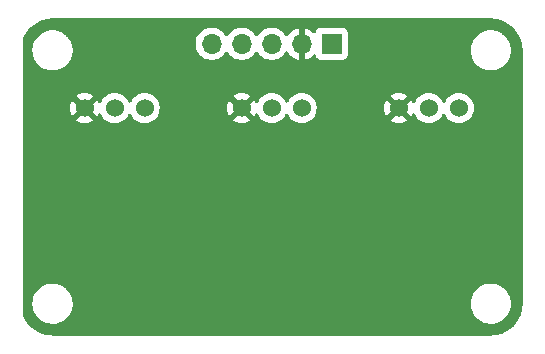
<source format=gbr>
G04 #@! TF.GenerationSoftware,KiCad,Pcbnew,7.0.7-2.fc38*
G04 #@! TF.CreationDate,2023-10-09T12:18:05+01:00*
G04 #@! TF.ProjectId,Button_PCB,42757474-6f6e-45f5-9043-422e6b696361,rev?*
G04 #@! TF.SameCoordinates,Original*
G04 #@! TF.FileFunction,Copper,L2,Bot*
G04 #@! TF.FilePolarity,Positive*
%FSLAX46Y46*%
G04 Gerber Fmt 4.6, Leading zero omitted, Abs format (unit mm)*
G04 Created by KiCad (PCBNEW 7.0.7-2.fc38) date 2023-10-09 12:18:05*
%MOMM*%
%LPD*%
G01*
G04 APERTURE LIST*
G04 #@! TA.AperFunction,ComponentPad*
%ADD10C,1.524000*%
G04 #@! TD*
G04 #@! TA.AperFunction,ComponentPad*
%ADD11R,1.700000X1.700000*%
G04 #@! TD*
G04 #@! TA.AperFunction,ComponentPad*
%ADD12O,1.700000X1.700000*%
G04 #@! TD*
G04 APERTURE END LIST*
D10*
G04 #@! TO.P,J4,1,Pin_1*
G04 #@! TO.N,GND*
X113160000Y-73840000D03*
G04 #@! TO.P,J4,2,Pin_2*
G04 #@! TO.N,LEFT_BUT*
X115700000Y-73840000D03*
G04 #@! TO.P,J4,3,Pin_3*
G04 #@! TO.N,VCC*
X118240000Y-73840000D03*
G04 #@! TD*
G04 #@! TO.P,J2,1,Pin_1*
G04 #@! TO.N,GND*
X139760000Y-73840000D03*
G04 #@! TO.P,J2,2,Pin_2*
G04 #@! TO.N,RIGHT_BUT*
X142300000Y-73840000D03*
G04 #@! TO.P,J2,3,Pin_3*
G04 #@! TO.N,VCC*
X144840000Y-73840000D03*
G04 #@! TD*
G04 #@! TO.P,J3,1,Pin_1*
G04 #@! TO.N,GND*
X126460000Y-73840000D03*
G04 #@! TO.P,J3,2,Pin_2*
G04 #@! TO.N,MIDDLE_BUT*
X129000000Y-73840000D03*
G04 #@! TO.P,J3,3,Pin_3*
G04 #@! TO.N,VCC*
X131540000Y-73840000D03*
G04 #@! TD*
D11*
G04 #@! TO.P,J1,1,Pin_1*
G04 #@! TO.N,VCC*
X134075000Y-68400000D03*
D12*
G04 #@! TO.P,J1,2,Pin_2*
G04 #@! TO.N,GND*
X131535000Y-68400000D03*
G04 #@! TO.P,J1,3,Pin_3*
G04 #@! TO.N,RIGHT_BUT*
X128995000Y-68400000D03*
G04 #@! TO.P,J1,4,Pin_4*
G04 #@! TO.N,MIDDLE_BUT*
X126455000Y-68400000D03*
G04 #@! TO.P,J1,5,Pin_5*
G04 #@! TO.N,LEFT_BUT*
X123915000Y-68400000D03*
G04 #@! TD*
G04 #@! TA.AperFunction,Conductor*
G04 #@! TO.N,GND*
G36*
X147551737Y-66250598D02*
G01*
X147582860Y-66252345D01*
X147665648Y-66256994D01*
X147856320Y-66268528D01*
X147862924Y-66269287D01*
X148005028Y-66293432D01*
X148166232Y-66322974D01*
X148172177Y-66324370D01*
X148316117Y-66365839D01*
X148467702Y-66413075D01*
X148472924Y-66414966D01*
X148598912Y-66467153D01*
X148613571Y-66473225D01*
X148756581Y-66537588D01*
X148761115Y-66539857D01*
X148895519Y-66614139D01*
X149029066Y-66694871D01*
X149032837Y-66697344D01*
X149157558Y-66785838D01*
X149159917Y-66787598D01*
X149281392Y-66882767D01*
X149284469Y-66885343D01*
X149398681Y-66987408D01*
X149401208Y-66989798D01*
X149510200Y-67098790D01*
X149512590Y-67101317D01*
X149614655Y-67215529D01*
X149617231Y-67218606D01*
X149712400Y-67340081D01*
X149714160Y-67342440D01*
X149728471Y-67362609D01*
X149783948Y-67440797D01*
X149802641Y-67467141D01*
X149805136Y-67470946D01*
X149885861Y-67604481D01*
X149960138Y-67738877D01*
X149962413Y-67743424D01*
X150026774Y-67886428D01*
X150085025Y-68027057D01*
X150086938Y-68032341D01*
X150134163Y-68183892D01*
X150175621Y-68327795D01*
X150177029Y-68333786D01*
X150206567Y-68494968D01*
X150230708Y-68637056D01*
X150231472Y-68643703D01*
X150243014Y-68834514D01*
X150249402Y-68948263D01*
X150249500Y-68951741D01*
X150249500Y-90398258D01*
X150249402Y-90401736D01*
X150243014Y-90515485D01*
X150231472Y-90706295D01*
X150230708Y-90712942D01*
X150206567Y-90855031D01*
X150177029Y-91016212D01*
X150175621Y-91022203D01*
X150134163Y-91166107D01*
X150086938Y-91317657D01*
X150085025Y-91322941D01*
X150026774Y-91463571D01*
X149962413Y-91606574D01*
X149960139Y-91611121D01*
X149885861Y-91745518D01*
X149805136Y-91879053D01*
X149802641Y-91882857D01*
X149714160Y-92007558D01*
X149712400Y-92009917D01*
X149617231Y-92131392D01*
X149614655Y-92134469D01*
X149512590Y-92248681D01*
X149510200Y-92251208D01*
X149401208Y-92360200D01*
X149398681Y-92362590D01*
X149284469Y-92464655D01*
X149281392Y-92467231D01*
X149159917Y-92562400D01*
X149157558Y-92564160D01*
X149032857Y-92652641D01*
X149029053Y-92655136D01*
X148895518Y-92735861D01*
X148761121Y-92810139D01*
X148756574Y-92812413D01*
X148613571Y-92876774D01*
X148472941Y-92935025D01*
X148467657Y-92936938D01*
X148316107Y-92984163D01*
X148172203Y-93025621D01*
X148166212Y-93027029D01*
X148005031Y-93056567D01*
X147862942Y-93080708D01*
X147856295Y-93081472D01*
X147665485Y-93093014D01*
X147551736Y-93099402D01*
X147548258Y-93099500D01*
X110451742Y-93099500D01*
X110448264Y-93099402D01*
X110334514Y-93093014D01*
X110143703Y-93081472D01*
X110137056Y-93080708D01*
X109994968Y-93056567D01*
X109833786Y-93027029D01*
X109827795Y-93025621D01*
X109683892Y-92984163D01*
X109532341Y-92936938D01*
X109527057Y-92935025D01*
X109386428Y-92876774D01*
X109243424Y-92812413D01*
X109238877Y-92810138D01*
X109104481Y-92735861D01*
X108970946Y-92655136D01*
X108967149Y-92652646D01*
X108896519Y-92602532D01*
X108842440Y-92564160D01*
X108840081Y-92562400D01*
X108718606Y-92467231D01*
X108715529Y-92464655D01*
X108601317Y-92362590D01*
X108598790Y-92360200D01*
X108489798Y-92251208D01*
X108487408Y-92248681D01*
X108385343Y-92134469D01*
X108382767Y-92131392D01*
X108287598Y-92009917D01*
X108285838Y-92007558D01*
X108282651Y-92003066D01*
X108197344Y-91882837D01*
X108194863Y-91879053D01*
X108114138Y-91745518D01*
X108039857Y-91611115D01*
X108037585Y-91606574D01*
X107973225Y-91463571D01*
X107959439Y-91430288D01*
X107950000Y-91382836D01*
X107950000Y-90400004D01*
X108744732Y-90400004D01*
X108763777Y-90654154D01*
X108820103Y-90900936D01*
X108820492Y-90902637D01*
X108913607Y-91139888D01*
X109041041Y-91360612D01*
X109199950Y-91559877D01*
X109386783Y-91733232D01*
X109597366Y-91876805D01*
X109597371Y-91876807D01*
X109597372Y-91876808D01*
X109597373Y-91876809D01*
X109755937Y-91953169D01*
X109826996Y-91987389D01*
X109869157Y-92000394D01*
X109876249Y-92003066D01*
X109911245Y-92018755D01*
X109939189Y-92021996D01*
X110070542Y-92062513D01*
X110070547Y-92062513D01*
X110070548Y-92062514D01*
X110118109Y-92069683D01*
X110125301Y-92071207D01*
X110127981Y-92071942D01*
X110128046Y-92071958D01*
X110162236Y-92081352D01*
X110189247Y-92080405D01*
X110322565Y-92100500D01*
X110322571Y-92100500D01*
X110374692Y-92100500D01*
X110381810Y-92100910D01*
X110419689Y-92105284D01*
X110445190Y-92100500D01*
X110577431Y-92100500D01*
X110577435Y-92100500D01*
X110633035Y-92092119D01*
X110639885Y-92091474D01*
X110645249Y-92091269D01*
X110645250Y-92091268D01*
X110647309Y-92091190D01*
X110647349Y-92091187D01*
X110677791Y-92090019D01*
X110701198Y-92081845D01*
X110829458Y-92062513D01*
X110887169Y-92044711D01*
X110893563Y-92043110D01*
X110901131Y-92041643D01*
X110901138Y-92041640D01*
X110901832Y-92041506D01*
X110901841Y-92041504D01*
X110930545Y-92035937D01*
X110951435Y-92024887D01*
X111073004Y-91987389D01*
X111131179Y-91959373D01*
X111137082Y-91956899D01*
X111146440Y-91953539D01*
X111146447Y-91953535D01*
X111147436Y-91953180D01*
X111147464Y-91953169D01*
X111172160Y-91944299D01*
X111190202Y-91930949D01*
X111302634Y-91876805D01*
X111359509Y-91838028D01*
X111364770Y-91834814D01*
X111375425Y-91829021D01*
X111375431Y-91829016D01*
X111397077Y-91817246D01*
X111412058Y-91802200D01*
X111513217Y-91733232D01*
X111566865Y-91683454D01*
X111571428Y-91679614D01*
X111600157Y-91657715D01*
X111611983Y-91641590D01*
X111700050Y-91559877D01*
X111748445Y-91499191D01*
X111752229Y-91494874D01*
X111763461Y-91483204D01*
X111763464Y-91483199D01*
X111764117Y-91482521D01*
X111764124Y-91482514D01*
X111776752Y-91469392D01*
X111785434Y-91452808D01*
X111858959Y-91360612D01*
X111860836Y-91357362D01*
X111883759Y-91317657D01*
X111900033Y-91289467D01*
X111902993Y-91284831D01*
X111913419Y-91270010D01*
X111913423Y-91270001D01*
X111922813Y-91256652D01*
X111928484Y-91240189D01*
X111986393Y-91139888D01*
X112018103Y-91059090D01*
X112020252Y-91054241D01*
X112024257Y-91046152D01*
X112029074Y-91036424D01*
X112029075Y-91036420D01*
X112031138Y-91032254D01*
X112031850Y-91031481D01*
X112033300Y-91027885D01*
X112033837Y-91026798D01*
X112035357Y-91016569D01*
X112037086Y-91011105D01*
X112038459Y-91007225D01*
X112079508Y-90902637D01*
X112099887Y-90813346D01*
X112101214Y-90808472D01*
X112107476Y-90788685D01*
X112108719Y-90786836D01*
X112110208Y-90780469D01*
X112110168Y-90772058D01*
X112111628Y-90762601D01*
X112112447Y-90758321D01*
X112136222Y-90654157D01*
X112143436Y-90557889D01*
X112143977Y-90553170D01*
X112147506Y-90530325D01*
X112147506Y-90530323D01*
X112147649Y-90529398D01*
X112147653Y-90529360D01*
X112148657Y-90522856D01*
X112147764Y-90516848D01*
X112147790Y-90515485D01*
X112148161Y-90496058D01*
X112148318Y-90492735D01*
X112155268Y-90400004D01*
X145844732Y-90400004D01*
X145863777Y-90654154D01*
X145920103Y-90900936D01*
X145920492Y-90902637D01*
X146013607Y-91139888D01*
X146141041Y-91360612D01*
X146299950Y-91559877D01*
X146486783Y-91733232D01*
X146697366Y-91876805D01*
X146697371Y-91876807D01*
X146697372Y-91876808D01*
X146697373Y-91876809D01*
X146855937Y-91953169D01*
X146926996Y-91987389D01*
X146969157Y-92000394D01*
X146976249Y-92003066D01*
X147011245Y-92018755D01*
X147039189Y-92021996D01*
X147170542Y-92062513D01*
X147170547Y-92062513D01*
X147170548Y-92062514D01*
X147218109Y-92069683D01*
X147225301Y-92071207D01*
X147227981Y-92071942D01*
X147228046Y-92071958D01*
X147262236Y-92081352D01*
X147289247Y-92080405D01*
X147422565Y-92100500D01*
X147422571Y-92100500D01*
X147474692Y-92100500D01*
X147481810Y-92100910D01*
X147519689Y-92105284D01*
X147545190Y-92100500D01*
X147677431Y-92100500D01*
X147677435Y-92100500D01*
X147733035Y-92092119D01*
X147739885Y-92091474D01*
X147745249Y-92091269D01*
X147745250Y-92091268D01*
X147747309Y-92091190D01*
X147747349Y-92091187D01*
X147777791Y-92090019D01*
X147801198Y-92081845D01*
X147929458Y-92062513D01*
X147987169Y-92044711D01*
X147993563Y-92043110D01*
X148001131Y-92041643D01*
X148001138Y-92041640D01*
X148001832Y-92041506D01*
X148001841Y-92041504D01*
X148030545Y-92035937D01*
X148051435Y-92024887D01*
X148173004Y-91987389D01*
X148231179Y-91959373D01*
X148237082Y-91956899D01*
X148246440Y-91953539D01*
X148246447Y-91953535D01*
X148247436Y-91953180D01*
X148247464Y-91953169D01*
X148272160Y-91944299D01*
X148290202Y-91930949D01*
X148402634Y-91876805D01*
X148459509Y-91838028D01*
X148464770Y-91834814D01*
X148475425Y-91829021D01*
X148475431Y-91829016D01*
X148497077Y-91817246D01*
X148512058Y-91802200D01*
X148613217Y-91733232D01*
X148666865Y-91683454D01*
X148671428Y-91679614D01*
X148700157Y-91657715D01*
X148711983Y-91641590D01*
X148800050Y-91559877D01*
X148848445Y-91499191D01*
X148852229Y-91494874D01*
X148863461Y-91483204D01*
X148863464Y-91483199D01*
X148864117Y-91482521D01*
X148864124Y-91482514D01*
X148876752Y-91469392D01*
X148885434Y-91452808D01*
X148958959Y-91360612D01*
X148960836Y-91357362D01*
X148983759Y-91317657D01*
X149000033Y-91289467D01*
X149002993Y-91284831D01*
X149013419Y-91270010D01*
X149013423Y-91270001D01*
X149022813Y-91256652D01*
X149028484Y-91240189D01*
X149086393Y-91139888D01*
X149118103Y-91059090D01*
X149120252Y-91054241D01*
X149124257Y-91046152D01*
X149129074Y-91036424D01*
X149129075Y-91036420D01*
X149131138Y-91032254D01*
X149131850Y-91031481D01*
X149133300Y-91027885D01*
X149133837Y-91026798D01*
X149135357Y-91016569D01*
X149137086Y-91011105D01*
X149138459Y-91007225D01*
X149179508Y-90902637D01*
X149199887Y-90813346D01*
X149201214Y-90808472D01*
X149207476Y-90788685D01*
X149208719Y-90786836D01*
X149210208Y-90780469D01*
X149210168Y-90772058D01*
X149211628Y-90762601D01*
X149212447Y-90758321D01*
X149236222Y-90654157D01*
X149243436Y-90557889D01*
X149243977Y-90553170D01*
X149247506Y-90530325D01*
X149247506Y-90530323D01*
X149247649Y-90529398D01*
X149247653Y-90529360D01*
X149248657Y-90522856D01*
X149247764Y-90516848D01*
X149247790Y-90515485D01*
X149248161Y-90496058D01*
X149248318Y-90492735D01*
X149255268Y-90400000D01*
X149255137Y-90398258D01*
X149254512Y-90389915D01*
X149248318Y-90307268D01*
X149248161Y-90303938D01*
X149247763Y-90283150D01*
X149248927Y-90278889D01*
X149247694Y-90270905D01*
X149247691Y-90270878D01*
X149247506Y-90269681D01*
X149247506Y-90269675D01*
X149243978Y-90246838D01*
X149243435Y-90242102D01*
X149236222Y-90145843D01*
X149212442Y-90041657D01*
X149211628Y-90037394D01*
X149210166Y-90027934D01*
X149210927Y-90022225D01*
X149210592Y-90021165D01*
X149209006Y-90014389D01*
X149207476Y-90011314D01*
X149206953Y-90009664D01*
X149201208Y-89991509D01*
X149199889Y-89986661D01*
X149179508Y-89897363D01*
X149138462Y-89792782D01*
X149137085Y-89788890D01*
X149135360Y-89783441D01*
X149135205Y-89775961D01*
X149133299Y-89772112D01*
X149132073Y-89769072D01*
X149131139Y-89767746D01*
X149129063Y-89763554D01*
X149120235Y-89745725D01*
X149118107Y-89740918D01*
X149086393Y-89660112D01*
X149028485Y-89559812D01*
X149025373Y-89546983D01*
X149003006Y-89515185D01*
X149000022Y-89510512D01*
X148960835Y-89442638D01*
X148958959Y-89439388D01*
X148885434Y-89347191D01*
X148880071Y-89334055D01*
X148852240Y-89305137D01*
X148848445Y-89300808D01*
X148800050Y-89240123D01*
X148800047Y-89240120D01*
X148711983Y-89158408D01*
X148704224Y-89145382D01*
X148671427Y-89120383D01*
X148666839Y-89116521D01*
X148613217Y-89066767D01*
X148512058Y-88997798D01*
X148501847Y-88985346D01*
X148464795Y-88965197D01*
X148459485Y-88961955D01*
X148402634Y-88923195D01*
X148402630Y-88923193D01*
X148290201Y-88869050D01*
X148277562Y-88857639D01*
X148248837Y-88847322D01*
X148248828Y-88847318D01*
X148237094Y-88843103D01*
X148231152Y-88840613D01*
X148173006Y-88812612D01*
X148173004Y-88812611D01*
X148122177Y-88796933D01*
X148051434Y-88775111D01*
X148036484Y-88765213D01*
X147993597Y-88756895D01*
X147987122Y-88755274D01*
X147929463Y-88737488D01*
X147929459Y-88737487D01*
X147929458Y-88737487D01*
X147881876Y-88730315D01*
X147801191Y-88718153D01*
X147784124Y-88710218D01*
X147739874Y-88708523D01*
X147733001Y-88707875D01*
X147677440Y-88699500D01*
X147677435Y-88699500D01*
X147545192Y-88699500D01*
X147526308Y-88693955D01*
X147491178Y-88698010D01*
X147491171Y-88698011D01*
X147481819Y-88699091D01*
X147474704Y-88699500D01*
X147422557Y-88699500D01*
X147289233Y-88719596D01*
X147268904Y-88716814D01*
X147229073Y-88727758D01*
X147229038Y-88727767D01*
X147225274Y-88728799D01*
X147218115Y-88730315D01*
X147170539Y-88737487D01*
X147039113Y-88778026D01*
X147017772Y-88778316D01*
X146976247Y-88796933D01*
X146969153Y-88799606D01*
X146926998Y-88812609D01*
X146697370Y-88923192D01*
X146486782Y-89066768D01*
X146299952Y-89240121D01*
X146299950Y-89240123D01*
X146141041Y-89439388D01*
X146013608Y-89660109D01*
X145920492Y-89897362D01*
X145920490Y-89897369D01*
X145863777Y-90145845D01*
X145844732Y-90399995D01*
X145844732Y-90400004D01*
X112155268Y-90400004D01*
X112155268Y-90400000D01*
X112155137Y-90398258D01*
X112154512Y-90389915D01*
X112148318Y-90307268D01*
X112148161Y-90303938D01*
X112147763Y-90283150D01*
X112148927Y-90278889D01*
X112147694Y-90270905D01*
X112147691Y-90270878D01*
X112147506Y-90269681D01*
X112147506Y-90269675D01*
X112143978Y-90246838D01*
X112143435Y-90242102D01*
X112136222Y-90145843D01*
X112112442Y-90041657D01*
X112111628Y-90037394D01*
X112110166Y-90027934D01*
X112110927Y-90022225D01*
X112110592Y-90021165D01*
X112109006Y-90014389D01*
X112107476Y-90011314D01*
X112106953Y-90009664D01*
X112101208Y-89991509D01*
X112099889Y-89986661D01*
X112079508Y-89897363D01*
X112038462Y-89792782D01*
X112037085Y-89788890D01*
X112035360Y-89783441D01*
X112035205Y-89775961D01*
X112033299Y-89772112D01*
X112032073Y-89769072D01*
X112031139Y-89767746D01*
X112029063Y-89763554D01*
X112020235Y-89745725D01*
X112018107Y-89740918D01*
X111986393Y-89660112D01*
X111928485Y-89559812D01*
X111925373Y-89546983D01*
X111903006Y-89515185D01*
X111900022Y-89510512D01*
X111860835Y-89442638D01*
X111858959Y-89439388D01*
X111785434Y-89347191D01*
X111780071Y-89334055D01*
X111752240Y-89305137D01*
X111748445Y-89300808D01*
X111700050Y-89240123D01*
X111700047Y-89240120D01*
X111611983Y-89158408D01*
X111604224Y-89145382D01*
X111571427Y-89120383D01*
X111566839Y-89116521D01*
X111513217Y-89066767D01*
X111412058Y-88997798D01*
X111401847Y-88985346D01*
X111364795Y-88965197D01*
X111359485Y-88961955D01*
X111302634Y-88923195D01*
X111302630Y-88923193D01*
X111190201Y-88869050D01*
X111177562Y-88857639D01*
X111148837Y-88847322D01*
X111148828Y-88847318D01*
X111137094Y-88843103D01*
X111131152Y-88840613D01*
X111073006Y-88812612D01*
X111073004Y-88812611D01*
X111022177Y-88796933D01*
X110951434Y-88775111D01*
X110936484Y-88765213D01*
X110893597Y-88756895D01*
X110887122Y-88755274D01*
X110829463Y-88737488D01*
X110829459Y-88737487D01*
X110829458Y-88737487D01*
X110781876Y-88730315D01*
X110701191Y-88718153D01*
X110684124Y-88710218D01*
X110639874Y-88708523D01*
X110633001Y-88707875D01*
X110577440Y-88699500D01*
X110577435Y-88699500D01*
X110445192Y-88699500D01*
X110426308Y-88693955D01*
X110391178Y-88698010D01*
X110391171Y-88698011D01*
X110381819Y-88699091D01*
X110374704Y-88699500D01*
X110322557Y-88699500D01*
X110189233Y-88719596D01*
X110168904Y-88716814D01*
X110129073Y-88727758D01*
X110129038Y-88727767D01*
X110125274Y-88728799D01*
X110118115Y-88730315D01*
X110070539Y-88737487D01*
X109939113Y-88778026D01*
X109917772Y-88778316D01*
X109876247Y-88796933D01*
X109869153Y-88799606D01*
X109826998Y-88812609D01*
X109597370Y-88923192D01*
X109386782Y-89066768D01*
X109199952Y-89240121D01*
X109199950Y-89240123D01*
X109041041Y-89439388D01*
X108913608Y-89660109D01*
X108820492Y-89897362D01*
X108820490Y-89897369D01*
X108763777Y-90145845D01*
X108744732Y-90399995D01*
X108744732Y-90400004D01*
X107950000Y-90400004D01*
X107950000Y-73840000D01*
X111893179Y-73840000D01*
X111912424Y-74059976D01*
X111912426Y-74059986D01*
X111969575Y-74273270D01*
X111969580Y-74273284D01*
X112062899Y-74473407D01*
X112062900Y-74473409D01*
X112108258Y-74538187D01*
X112637050Y-74009395D01*
X112698373Y-73975910D01*
X112768064Y-73980894D01*
X112823998Y-74022765D01*
X112828539Y-74029254D01*
X112875813Y-74101612D01*
X112976157Y-74179713D01*
X112976160Y-74179714D01*
X112976511Y-74179987D01*
X113017324Y-74236697D01*
X113020999Y-74306470D01*
X112988030Y-74365522D01*
X112461811Y-74891741D01*
X112526582Y-74937094D01*
X112526592Y-74937100D01*
X112726715Y-75030419D01*
X112726729Y-75030424D01*
X112940013Y-75087573D01*
X112940023Y-75087575D01*
X113159999Y-75106821D01*
X113160001Y-75106821D01*
X113379976Y-75087575D01*
X113379986Y-75087573D01*
X113593270Y-75030424D01*
X113593284Y-75030419D01*
X113793408Y-74937100D01*
X113793420Y-74937093D01*
X113858186Y-74891742D01*
X113858187Y-74891740D01*
X113329276Y-74362829D01*
X113295791Y-74301506D01*
X113300775Y-74231814D01*
X113342647Y-74175881D01*
X113357933Y-74166097D01*
X113397251Y-74144820D01*
X113483371Y-74051269D01*
X113484083Y-74049643D01*
X113485652Y-74047777D01*
X113488992Y-74042666D01*
X113489609Y-74043069D01*
X113529036Y-73996158D01*
X113595770Y-73975464D01*
X113663099Y-73994135D01*
X113685322Y-74011769D01*
X114211740Y-74538187D01*
X114211742Y-74538186D01*
X114257093Y-74473420D01*
X114257097Y-74473413D01*
X114312927Y-74353684D01*
X114359099Y-74301244D01*
X114426292Y-74282091D01*
X114493174Y-74302306D01*
X114537692Y-74353682D01*
X114595511Y-74477676D01*
X114595512Y-74477677D01*
X114723023Y-74659781D01*
X114880219Y-74816977D01*
X115062323Y-74944488D01*
X115263804Y-75038440D01*
X115478537Y-75095978D01*
X115636724Y-75109817D01*
X115699998Y-75115353D01*
X115700000Y-75115353D01*
X115700002Y-75115353D01*
X115755365Y-75110509D01*
X115921463Y-75095978D01*
X116136196Y-75038440D01*
X116337677Y-74944488D01*
X116519781Y-74816977D01*
X116676977Y-74659781D01*
X116804488Y-74477677D01*
X116857618Y-74363738D01*
X116903790Y-74311299D01*
X116970983Y-74292147D01*
X117037865Y-74312363D01*
X117082381Y-74363738D01*
X117135512Y-74477677D01*
X117263023Y-74659781D01*
X117420219Y-74816977D01*
X117602323Y-74944488D01*
X117803804Y-75038440D01*
X118018537Y-75095978D01*
X118176724Y-75109817D01*
X118239998Y-75115353D01*
X118240000Y-75115353D01*
X118240002Y-75115353D01*
X118295365Y-75110509D01*
X118461463Y-75095978D01*
X118676196Y-75038440D01*
X118877677Y-74944488D01*
X119059781Y-74816977D01*
X119216977Y-74659781D01*
X119344488Y-74477677D01*
X119438440Y-74276196D01*
X119495978Y-74061463D01*
X119515353Y-73840000D01*
X125193179Y-73840000D01*
X125212424Y-74059976D01*
X125212426Y-74059986D01*
X125269575Y-74273270D01*
X125269580Y-74273284D01*
X125362899Y-74473407D01*
X125362900Y-74473409D01*
X125408258Y-74538187D01*
X125937050Y-74009395D01*
X125998373Y-73975910D01*
X126068064Y-73980894D01*
X126123998Y-74022765D01*
X126128539Y-74029254D01*
X126175813Y-74101612D01*
X126276157Y-74179713D01*
X126276160Y-74179714D01*
X126276511Y-74179987D01*
X126317324Y-74236697D01*
X126320999Y-74306470D01*
X126288030Y-74365522D01*
X125761811Y-74891741D01*
X125826582Y-74937094D01*
X125826592Y-74937100D01*
X126026715Y-75030419D01*
X126026729Y-75030424D01*
X126240013Y-75087573D01*
X126240023Y-75087575D01*
X126459999Y-75106821D01*
X126460001Y-75106821D01*
X126679976Y-75087575D01*
X126679986Y-75087573D01*
X126893270Y-75030424D01*
X126893284Y-75030419D01*
X127093408Y-74937100D01*
X127093420Y-74937093D01*
X127158186Y-74891742D01*
X127158187Y-74891740D01*
X126629276Y-74362829D01*
X126595791Y-74301506D01*
X126600775Y-74231814D01*
X126642647Y-74175881D01*
X126657933Y-74166097D01*
X126697251Y-74144820D01*
X126783371Y-74051269D01*
X126784083Y-74049643D01*
X126785652Y-74047777D01*
X126788992Y-74042666D01*
X126789609Y-74043069D01*
X126829036Y-73996158D01*
X126895770Y-73975464D01*
X126963099Y-73994135D01*
X126985322Y-74011769D01*
X127511740Y-74538187D01*
X127511742Y-74538186D01*
X127557093Y-74473420D01*
X127557097Y-74473413D01*
X127612927Y-74353684D01*
X127659099Y-74301244D01*
X127726292Y-74282091D01*
X127793174Y-74302306D01*
X127837692Y-74353682D01*
X127895511Y-74477676D01*
X127895512Y-74477677D01*
X128023023Y-74659781D01*
X128180219Y-74816977D01*
X128362323Y-74944488D01*
X128563804Y-75038440D01*
X128778537Y-75095978D01*
X128936724Y-75109817D01*
X128999998Y-75115353D01*
X129000000Y-75115353D01*
X129000002Y-75115353D01*
X129055365Y-75110509D01*
X129221463Y-75095978D01*
X129436196Y-75038440D01*
X129637677Y-74944488D01*
X129819781Y-74816977D01*
X129976977Y-74659781D01*
X130104488Y-74477677D01*
X130157618Y-74363738D01*
X130203790Y-74311299D01*
X130270983Y-74292147D01*
X130337865Y-74312363D01*
X130382381Y-74363738D01*
X130435512Y-74477677D01*
X130563023Y-74659781D01*
X130720219Y-74816977D01*
X130902323Y-74944488D01*
X131103804Y-75038440D01*
X131318537Y-75095978D01*
X131476724Y-75109817D01*
X131539998Y-75115353D01*
X131540000Y-75115353D01*
X131540002Y-75115353D01*
X131595365Y-75110509D01*
X131761463Y-75095978D01*
X131976196Y-75038440D01*
X132177677Y-74944488D01*
X132359781Y-74816977D01*
X132516977Y-74659781D01*
X132644488Y-74477677D01*
X132738440Y-74276196D01*
X132795978Y-74061463D01*
X132815353Y-73840000D01*
X138493179Y-73840000D01*
X138512424Y-74059976D01*
X138512426Y-74059986D01*
X138569575Y-74273270D01*
X138569580Y-74273284D01*
X138662899Y-74473407D01*
X138662900Y-74473409D01*
X138708258Y-74538187D01*
X139237050Y-74009395D01*
X139298373Y-73975910D01*
X139368064Y-73980894D01*
X139423998Y-74022765D01*
X139428539Y-74029254D01*
X139475813Y-74101612D01*
X139576157Y-74179713D01*
X139576160Y-74179714D01*
X139576511Y-74179987D01*
X139617324Y-74236697D01*
X139620999Y-74306470D01*
X139588030Y-74365522D01*
X139061811Y-74891741D01*
X139126582Y-74937094D01*
X139126592Y-74937100D01*
X139326715Y-75030419D01*
X139326729Y-75030424D01*
X139540013Y-75087573D01*
X139540023Y-75087575D01*
X139759999Y-75106821D01*
X139760001Y-75106821D01*
X139979976Y-75087575D01*
X139979986Y-75087573D01*
X140193270Y-75030424D01*
X140193284Y-75030419D01*
X140393408Y-74937100D01*
X140393420Y-74937093D01*
X140458186Y-74891742D01*
X140458187Y-74891740D01*
X139929276Y-74362829D01*
X139895791Y-74301506D01*
X139900775Y-74231814D01*
X139942647Y-74175881D01*
X139957933Y-74166097D01*
X139997251Y-74144820D01*
X140083371Y-74051269D01*
X140084083Y-74049643D01*
X140085652Y-74047777D01*
X140088992Y-74042666D01*
X140089609Y-74043069D01*
X140129036Y-73996158D01*
X140195770Y-73975464D01*
X140263099Y-73994135D01*
X140285322Y-74011769D01*
X140811740Y-74538187D01*
X140811742Y-74538186D01*
X140857093Y-74473420D01*
X140857097Y-74473413D01*
X140912927Y-74353684D01*
X140959099Y-74301244D01*
X141026292Y-74282091D01*
X141093174Y-74302306D01*
X141137692Y-74353682D01*
X141195511Y-74477676D01*
X141195512Y-74477677D01*
X141323023Y-74659781D01*
X141480219Y-74816977D01*
X141662323Y-74944488D01*
X141863804Y-75038440D01*
X142078537Y-75095978D01*
X142236724Y-75109817D01*
X142299998Y-75115353D01*
X142300000Y-75115353D01*
X142300002Y-75115353D01*
X142355365Y-75110509D01*
X142521463Y-75095978D01*
X142736196Y-75038440D01*
X142937677Y-74944488D01*
X143119781Y-74816977D01*
X143276977Y-74659781D01*
X143404488Y-74477677D01*
X143457618Y-74363738D01*
X143503790Y-74311299D01*
X143570983Y-74292147D01*
X143637865Y-74312363D01*
X143682381Y-74363738D01*
X143735512Y-74477677D01*
X143863023Y-74659781D01*
X144020219Y-74816977D01*
X144202323Y-74944488D01*
X144403804Y-75038440D01*
X144618537Y-75095978D01*
X144776724Y-75109817D01*
X144839998Y-75115353D01*
X144840000Y-75115353D01*
X144840002Y-75115353D01*
X144895365Y-75110509D01*
X145061463Y-75095978D01*
X145276196Y-75038440D01*
X145477677Y-74944488D01*
X145659781Y-74816977D01*
X145816977Y-74659781D01*
X145944488Y-74477677D01*
X146038440Y-74276196D01*
X146095978Y-74061463D01*
X146115353Y-73840000D01*
X146112562Y-73808102D01*
X146107057Y-73745177D01*
X146095978Y-73618537D01*
X146038440Y-73403804D01*
X145944488Y-73202324D01*
X145944485Y-73202320D01*
X145944485Y-73202319D01*
X145816978Y-73020220D01*
X145816975Y-73020217D01*
X145659781Y-72863023D01*
X145519677Y-72764921D01*
X145477676Y-72735511D01*
X145376936Y-72688536D01*
X145276196Y-72641560D01*
X145276193Y-72641559D01*
X145276191Y-72641558D01*
X145061465Y-72584022D01*
X145061457Y-72584021D01*
X144840002Y-72564647D01*
X144839998Y-72564647D01*
X144618542Y-72584021D01*
X144618535Y-72584022D01*
X144403800Y-72641561D01*
X144202323Y-72735512D01*
X144202319Y-72735514D01*
X144020217Y-72863023D01*
X143863023Y-73020217D01*
X143735514Y-73202319D01*
X143735512Y-73202323D01*
X143682382Y-73316261D01*
X143636209Y-73368700D01*
X143569016Y-73387852D01*
X143502135Y-73367636D01*
X143457618Y-73316261D01*
X143448130Y-73295914D01*
X143404488Y-73202324D01*
X143404485Y-73202320D01*
X143404485Y-73202319D01*
X143276978Y-73020220D01*
X143276975Y-73020217D01*
X143119781Y-72863023D01*
X142979677Y-72764921D01*
X142937676Y-72735511D01*
X142836936Y-72688536D01*
X142736196Y-72641560D01*
X142736193Y-72641559D01*
X142736191Y-72641558D01*
X142521465Y-72584022D01*
X142521457Y-72584021D01*
X142300002Y-72564647D01*
X142299998Y-72564647D01*
X142078542Y-72584021D01*
X142078535Y-72584022D01*
X141863800Y-72641561D01*
X141662323Y-72735512D01*
X141662319Y-72735514D01*
X141480217Y-72863023D01*
X141323023Y-73020217D01*
X141195514Y-73202319D01*
X141195514Y-73202320D01*
X141137692Y-73326318D01*
X141091519Y-73378757D01*
X141024325Y-73397908D01*
X140957444Y-73377692D01*
X140912928Y-73326316D01*
X140857100Y-73206593D01*
X140857099Y-73206591D01*
X140811740Y-73141811D01*
X140282949Y-73670602D01*
X140221626Y-73704087D01*
X140151934Y-73699103D01*
X140096001Y-73657231D01*
X140091460Y-73650743D01*
X140044189Y-73578391D01*
X140044187Y-73578388D01*
X139988673Y-73535180D01*
X139943843Y-73500287D01*
X139943840Y-73500285D01*
X139943488Y-73500012D01*
X139902675Y-73443301D01*
X139899000Y-73373529D01*
X139931969Y-73314477D01*
X140458187Y-72788258D01*
X140393409Y-72742900D01*
X140393407Y-72742899D01*
X140193284Y-72649580D01*
X140193270Y-72649575D01*
X139979986Y-72592426D01*
X139979976Y-72592424D01*
X139760001Y-72573179D01*
X139759999Y-72573179D01*
X139540023Y-72592424D01*
X139540013Y-72592426D01*
X139326729Y-72649575D01*
X139326720Y-72649579D01*
X139126586Y-72742903D01*
X139061812Y-72788257D01*
X139061811Y-72788258D01*
X139590723Y-73317170D01*
X139624208Y-73378493D01*
X139619224Y-73448185D01*
X139577352Y-73504118D01*
X139562059Y-73513906D01*
X139522749Y-73535179D01*
X139522748Y-73535179D01*
X139436626Y-73628733D01*
X139436626Y-73628734D01*
X139435911Y-73630365D01*
X139434340Y-73632233D01*
X139431008Y-73637334D01*
X139430391Y-73636931D01*
X139390952Y-73683849D01*
X139324215Y-73704535D01*
X139256888Y-73685857D01*
X139234677Y-73668230D01*
X138708258Y-73141811D01*
X138708257Y-73141812D01*
X138662903Y-73206586D01*
X138569579Y-73406720D01*
X138569575Y-73406729D01*
X138512426Y-73620013D01*
X138512424Y-73620023D01*
X138493179Y-73839999D01*
X138493179Y-73840000D01*
X132815353Y-73840000D01*
X132812562Y-73808102D01*
X132807057Y-73745177D01*
X132795978Y-73618537D01*
X132738440Y-73403804D01*
X132644488Y-73202324D01*
X132644485Y-73202320D01*
X132644485Y-73202319D01*
X132516978Y-73020220D01*
X132516975Y-73020217D01*
X132359781Y-72863023D01*
X132219677Y-72764921D01*
X132177676Y-72735511D01*
X132076936Y-72688536D01*
X131976196Y-72641560D01*
X131976193Y-72641559D01*
X131976191Y-72641558D01*
X131761465Y-72584022D01*
X131761457Y-72584021D01*
X131540002Y-72564647D01*
X131539998Y-72564647D01*
X131318542Y-72584021D01*
X131318535Y-72584022D01*
X131103800Y-72641561D01*
X130902323Y-72735512D01*
X130902319Y-72735514D01*
X130720217Y-72863023D01*
X130563023Y-73020217D01*
X130435514Y-73202319D01*
X130435512Y-73202323D01*
X130382382Y-73316261D01*
X130336209Y-73368700D01*
X130269016Y-73387852D01*
X130202135Y-73367636D01*
X130157618Y-73316261D01*
X130148130Y-73295914D01*
X130104488Y-73202324D01*
X130104485Y-73202320D01*
X130104485Y-73202319D01*
X129976978Y-73020220D01*
X129976975Y-73020217D01*
X129819781Y-72863023D01*
X129679677Y-72764921D01*
X129637676Y-72735511D01*
X129536936Y-72688536D01*
X129436196Y-72641560D01*
X129436193Y-72641559D01*
X129436191Y-72641558D01*
X129221465Y-72584022D01*
X129221457Y-72584021D01*
X129000002Y-72564647D01*
X128999998Y-72564647D01*
X128778542Y-72584021D01*
X128778535Y-72584022D01*
X128563800Y-72641561D01*
X128362323Y-72735512D01*
X128362319Y-72735514D01*
X128180217Y-72863023D01*
X128023023Y-73020217D01*
X127895514Y-73202319D01*
X127895514Y-73202320D01*
X127837692Y-73326318D01*
X127791519Y-73378757D01*
X127724325Y-73397908D01*
X127657444Y-73377692D01*
X127612928Y-73326316D01*
X127557100Y-73206593D01*
X127557099Y-73206591D01*
X127511740Y-73141811D01*
X126982949Y-73670602D01*
X126921626Y-73704087D01*
X126851934Y-73699103D01*
X126796001Y-73657231D01*
X126791460Y-73650743D01*
X126744189Y-73578391D01*
X126744187Y-73578388D01*
X126688673Y-73535180D01*
X126643843Y-73500287D01*
X126643840Y-73500285D01*
X126643488Y-73500012D01*
X126602675Y-73443301D01*
X126599000Y-73373529D01*
X126631969Y-73314477D01*
X127158187Y-72788258D01*
X127093409Y-72742900D01*
X127093407Y-72742899D01*
X126893284Y-72649580D01*
X126893270Y-72649575D01*
X126679986Y-72592426D01*
X126679976Y-72592424D01*
X126460001Y-72573179D01*
X126459999Y-72573179D01*
X126240023Y-72592424D01*
X126240013Y-72592426D01*
X126026729Y-72649575D01*
X126026720Y-72649579D01*
X125826586Y-72742903D01*
X125761812Y-72788257D01*
X125761811Y-72788258D01*
X126290723Y-73317170D01*
X126324208Y-73378493D01*
X126319224Y-73448185D01*
X126277352Y-73504118D01*
X126262059Y-73513906D01*
X126222749Y-73535179D01*
X126222748Y-73535179D01*
X126136626Y-73628733D01*
X126136626Y-73628734D01*
X126135911Y-73630365D01*
X126134340Y-73632233D01*
X126131008Y-73637334D01*
X126130391Y-73636931D01*
X126090952Y-73683849D01*
X126024215Y-73704535D01*
X125956888Y-73685857D01*
X125934677Y-73668230D01*
X125408258Y-73141811D01*
X125408257Y-73141812D01*
X125362903Y-73206586D01*
X125269579Y-73406720D01*
X125269575Y-73406729D01*
X125212426Y-73620013D01*
X125212424Y-73620023D01*
X125193179Y-73839999D01*
X125193179Y-73840000D01*
X119515353Y-73840000D01*
X119512562Y-73808102D01*
X119507057Y-73745177D01*
X119495978Y-73618537D01*
X119438440Y-73403804D01*
X119344488Y-73202324D01*
X119344485Y-73202320D01*
X119344485Y-73202319D01*
X119216978Y-73020220D01*
X119216975Y-73020217D01*
X119059781Y-72863023D01*
X118919677Y-72764921D01*
X118877676Y-72735511D01*
X118776936Y-72688536D01*
X118676196Y-72641560D01*
X118676193Y-72641559D01*
X118676191Y-72641558D01*
X118461465Y-72584022D01*
X118461457Y-72584021D01*
X118240002Y-72564647D01*
X118239998Y-72564647D01*
X118018542Y-72584021D01*
X118018535Y-72584022D01*
X117803800Y-72641561D01*
X117602323Y-72735512D01*
X117602319Y-72735514D01*
X117420217Y-72863023D01*
X117263023Y-73020217D01*
X117135514Y-73202319D01*
X117135512Y-73202323D01*
X117082382Y-73316261D01*
X117036209Y-73368700D01*
X116969016Y-73387852D01*
X116902135Y-73367636D01*
X116857618Y-73316261D01*
X116848130Y-73295914D01*
X116804488Y-73202324D01*
X116804485Y-73202320D01*
X116804485Y-73202319D01*
X116676978Y-73020220D01*
X116676975Y-73020217D01*
X116519781Y-72863023D01*
X116379677Y-72764921D01*
X116337676Y-72735511D01*
X116236936Y-72688536D01*
X116136196Y-72641560D01*
X116136193Y-72641559D01*
X116136191Y-72641558D01*
X115921465Y-72584022D01*
X115921457Y-72584021D01*
X115700002Y-72564647D01*
X115699998Y-72564647D01*
X115478542Y-72584021D01*
X115478535Y-72584022D01*
X115263800Y-72641561D01*
X115062323Y-72735512D01*
X115062319Y-72735514D01*
X114880217Y-72863023D01*
X114723023Y-73020217D01*
X114595514Y-73202319D01*
X114595514Y-73202320D01*
X114537692Y-73326318D01*
X114491519Y-73378757D01*
X114424325Y-73397908D01*
X114357444Y-73377692D01*
X114312928Y-73326316D01*
X114257100Y-73206593D01*
X114257099Y-73206591D01*
X114211740Y-73141811D01*
X113682949Y-73670602D01*
X113621626Y-73704087D01*
X113551934Y-73699103D01*
X113496001Y-73657231D01*
X113491460Y-73650743D01*
X113444189Y-73578391D01*
X113444187Y-73578388D01*
X113388673Y-73535180D01*
X113343843Y-73500287D01*
X113343840Y-73500285D01*
X113343488Y-73500012D01*
X113302675Y-73443301D01*
X113299000Y-73373529D01*
X113331969Y-73314477D01*
X113858187Y-72788258D01*
X113793409Y-72742900D01*
X113793407Y-72742899D01*
X113593284Y-72649580D01*
X113593270Y-72649575D01*
X113379986Y-72592426D01*
X113379976Y-72592424D01*
X113160001Y-72573179D01*
X113159999Y-72573179D01*
X112940023Y-72592424D01*
X112940013Y-72592426D01*
X112726729Y-72649575D01*
X112726720Y-72649579D01*
X112526586Y-72742903D01*
X112461812Y-72788257D01*
X112461811Y-72788258D01*
X112990723Y-73317170D01*
X113024208Y-73378493D01*
X113019224Y-73448185D01*
X112977352Y-73504118D01*
X112962059Y-73513906D01*
X112922749Y-73535179D01*
X112922748Y-73535179D01*
X112836626Y-73628733D01*
X112836626Y-73628734D01*
X112835911Y-73630365D01*
X112834340Y-73632233D01*
X112831008Y-73637334D01*
X112830391Y-73636931D01*
X112790952Y-73683849D01*
X112724215Y-73704535D01*
X112656888Y-73685857D01*
X112634677Y-73668230D01*
X112108258Y-73141811D01*
X112108257Y-73141812D01*
X112062903Y-73206586D01*
X111969579Y-73406720D01*
X111969575Y-73406729D01*
X111912426Y-73620013D01*
X111912424Y-73620023D01*
X111893179Y-73839999D01*
X111893179Y-73840000D01*
X107950000Y-73840000D01*
X107950000Y-68950004D01*
X108744732Y-68950004D01*
X108763777Y-69204154D01*
X108820103Y-69450936D01*
X108820492Y-69452637D01*
X108883532Y-69613260D01*
X108913608Y-69689890D01*
X108940536Y-69736531D01*
X109041041Y-69910612D01*
X109199950Y-70109877D01*
X109386783Y-70283232D01*
X109597366Y-70426805D01*
X109597371Y-70426807D01*
X109597372Y-70426808D01*
X109597373Y-70426809D01*
X109755937Y-70503169D01*
X109826996Y-70537389D01*
X109869157Y-70550394D01*
X109876249Y-70553066D01*
X109911245Y-70568755D01*
X109939189Y-70571996D01*
X110070542Y-70612513D01*
X110070547Y-70612513D01*
X110070548Y-70612514D01*
X110118109Y-70619683D01*
X110125301Y-70621207D01*
X110127981Y-70621942D01*
X110128046Y-70621958D01*
X110162236Y-70631352D01*
X110189247Y-70630405D01*
X110322565Y-70650500D01*
X110322571Y-70650500D01*
X110374692Y-70650500D01*
X110381810Y-70650910D01*
X110419689Y-70655284D01*
X110445190Y-70650500D01*
X110577431Y-70650500D01*
X110577435Y-70650500D01*
X110633035Y-70642119D01*
X110639885Y-70641474D01*
X110645249Y-70641269D01*
X110645250Y-70641268D01*
X110647309Y-70641190D01*
X110647349Y-70641187D01*
X110677791Y-70640019D01*
X110701198Y-70631845D01*
X110829458Y-70612513D01*
X110887169Y-70594711D01*
X110893563Y-70593110D01*
X110901131Y-70591643D01*
X110901138Y-70591640D01*
X110901832Y-70591506D01*
X110901841Y-70591504D01*
X110930545Y-70585937D01*
X110951435Y-70574887D01*
X111073004Y-70537389D01*
X111131179Y-70509373D01*
X111137082Y-70506899D01*
X111146440Y-70503539D01*
X111146447Y-70503535D01*
X111147436Y-70503180D01*
X111147464Y-70503169D01*
X111172160Y-70494299D01*
X111190202Y-70480949D01*
X111302634Y-70426805D01*
X111359509Y-70388028D01*
X111364770Y-70384814D01*
X111375425Y-70379021D01*
X111375431Y-70379016D01*
X111397077Y-70367246D01*
X111412058Y-70352200D01*
X111513217Y-70283232D01*
X111566865Y-70233454D01*
X111571428Y-70229614D01*
X111600157Y-70207715D01*
X111611983Y-70191590D01*
X111700050Y-70109877D01*
X111748445Y-70049191D01*
X111752229Y-70044874D01*
X111763461Y-70033204D01*
X111763464Y-70033199D01*
X111764117Y-70032521D01*
X111764124Y-70032514D01*
X111776752Y-70019392D01*
X111785434Y-70002808D01*
X111858959Y-69910612D01*
X111860836Y-69907362D01*
X111873920Y-69884696D01*
X111900033Y-69839467D01*
X111902993Y-69834831D01*
X111913419Y-69820010D01*
X111913423Y-69820001D01*
X111922813Y-69806652D01*
X111928484Y-69790189D01*
X111986393Y-69689888D01*
X112018103Y-69609090D01*
X112020252Y-69604241D01*
X112029074Y-69586424D01*
X112029075Y-69586420D01*
X112031138Y-69582254D01*
X112031850Y-69581481D01*
X112033300Y-69577885D01*
X112033837Y-69576798D01*
X112035357Y-69566569D01*
X112037086Y-69561105D01*
X112038459Y-69557225D01*
X112079508Y-69452637D01*
X112099887Y-69363346D01*
X112101214Y-69358472D01*
X112107476Y-69338685D01*
X112108719Y-69336836D01*
X112110208Y-69330469D01*
X112110168Y-69322058D01*
X112111628Y-69312601D01*
X112112447Y-69308321D01*
X112136222Y-69204157D01*
X112143436Y-69107889D01*
X112143977Y-69103170D01*
X112147506Y-69080325D01*
X112147506Y-69080323D01*
X112147649Y-69079398D01*
X112147653Y-69079360D01*
X112148657Y-69072856D01*
X112147764Y-69066848D01*
X112147779Y-69066012D01*
X112148161Y-69046058D01*
X112148318Y-69042735D01*
X112155268Y-68950000D01*
X112148318Y-68857268D01*
X112148161Y-68853938D01*
X112147763Y-68833150D01*
X112148927Y-68828889D01*
X112147694Y-68820905D01*
X112147691Y-68820878D01*
X112147506Y-68819681D01*
X112147506Y-68819675D01*
X112143978Y-68796838D01*
X112143435Y-68792102D01*
X112136222Y-68695843D01*
X112112442Y-68591657D01*
X112111628Y-68587394D01*
X112110166Y-68577934D01*
X112110927Y-68572225D01*
X112110592Y-68571165D01*
X112109006Y-68564389D01*
X112107476Y-68561314D01*
X112106953Y-68559664D01*
X112101208Y-68541509D01*
X112099889Y-68536661D01*
X112079508Y-68447363D01*
X112060921Y-68400005D01*
X122551844Y-68400005D01*
X122570434Y-68624359D01*
X122570436Y-68624371D01*
X122625703Y-68842614D01*
X122716140Y-69048792D01*
X122839276Y-69237265D01*
X122839284Y-69237276D01*
X122958355Y-69366619D01*
X122991760Y-69402906D01*
X123169424Y-69541189D01*
X123169425Y-69541189D01*
X123169427Y-69541191D01*
X123253004Y-69586420D01*
X123367426Y-69648342D01*
X123580365Y-69721444D01*
X123802431Y-69758500D01*
X124027569Y-69758500D01*
X124249635Y-69721444D01*
X124462574Y-69648342D01*
X124660576Y-69541189D01*
X124838240Y-69402906D01*
X124943295Y-69288787D01*
X124990715Y-69237276D01*
X124990715Y-69237275D01*
X124990722Y-69237268D01*
X125081193Y-69098790D01*
X125134338Y-69053437D01*
X125203569Y-69044013D01*
X125266905Y-69073515D01*
X125288804Y-69098787D01*
X125379278Y-69237268D01*
X125379283Y-69237273D01*
X125379284Y-69237276D01*
X125498355Y-69366619D01*
X125531760Y-69402906D01*
X125709424Y-69541189D01*
X125709425Y-69541189D01*
X125709427Y-69541191D01*
X125793004Y-69586420D01*
X125907426Y-69648342D01*
X126120365Y-69721444D01*
X126342431Y-69758500D01*
X126567569Y-69758500D01*
X126789635Y-69721444D01*
X127002574Y-69648342D01*
X127200576Y-69541189D01*
X127378240Y-69402906D01*
X127483295Y-69288787D01*
X127530715Y-69237276D01*
X127530715Y-69237275D01*
X127530722Y-69237268D01*
X127621193Y-69098790D01*
X127674338Y-69053437D01*
X127743569Y-69044013D01*
X127806905Y-69073515D01*
X127828804Y-69098787D01*
X127919278Y-69237268D01*
X127919283Y-69237273D01*
X127919284Y-69237276D01*
X128038355Y-69366619D01*
X128071760Y-69402906D01*
X128249424Y-69541189D01*
X128249425Y-69541189D01*
X128249427Y-69541191D01*
X128333004Y-69586420D01*
X128447426Y-69648342D01*
X128660365Y-69721444D01*
X128882431Y-69758500D01*
X129107569Y-69758500D01*
X129329635Y-69721444D01*
X129542574Y-69648342D01*
X129740576Y-69541189D01*
X129918240Y-69402906D01*
X130023295Y-69288787D01*
X130070715Y-69237276D01*
X130070715Y-69237275D01*
X130070722Y-69237268D01*
X130164749Y-69093347D01*
X130217894Y-69047994D01*
X130287125Y-69038570D01*
X130350461Y-69068072D01*
X130370130Y-69090048D01*
X130496890Y-69271078D01*
X130663917Y-69438105D01*
X130857421Y-69573600D01*
X131071507Y-69673429D01*
X131071516Y-69673433D01*
X131285000Y-69730634D01*
X131285000Y-69012301D01*
X131304685Y-68945262D01*
X131357489Y-68899507D01*
X131426647Y-68889563D01*
X131499237Y-68900000D01*
X131499238Y-68900000D01*
X131570762Y-68900000D01*
X131570763Y-68900000D01*
X131643353Y-68889563D01*
X131712512Y-68899507D01*
X131765315Y-68945262D01*
X131785000Y-69012301D01*
X131785000Y-69730634D01*
X131998483Y-69673433D01*
X131998492Y-69673429D01*
X132212578Y-69573600D01*
X132406078Y-69438108D01*
X132521914Y-69322272D01*
X132583237Y-69288787D01*
X132652929Y-69293771D01*
X132708863Y-69335642D01*
X132725777Y-69366619D01*
X132774110Y-69496203D01*
X132774111Y-69496204D01*
X132861739Y-69613261D01*
X132978796Y-69700889D01*
X133115799Y-69751989D01*
X133143050Y-69754918D01*
X133176345Y-69758499D01*
X133176362Y-69758500D01*
X134973638Y-69758500D01*
X134973654Y-69758499D01*
X135000692Y-69755591D01*
X135034201Y-69751989D01*
X135171204Y-69700889D01*
X135288261Y-69613261D01*
X135375889Y-69496204D01*
X135426989Y-69359201D01*
X135432462Y-69308296D01*
X135433499Y-69298654D01*
X135433500Y-69298637D01*
X135433500Y-68950004D01*
X145844732Y-68950004D01*
X145863777Y-69204154D01*
X145920103Y-69450936D01*
X145920492Y-69452637D01*
X145983532Y-69613260D01*
X146013608Y-69689890D01*
X146040536Y-69736531D01*
X146141041Y-69910612D01*
X146299950Y-70109877D01*
X146486783Y-70283232D01*
X146697366Y-70426805D01*
X146697371Y-70426807D01*
X146697372Y-70426808D01*
X146697373Y-70426809D01*
X146855937Y-70503169D01*
X146926996Y-70537389D01*
X146969157Y-70550394D01*
X146976249Y-70553066D01*
X147011245Y-70568755D01*
X147039189Y-70571996D01*
X147170542Y-70612513D01*
X147170547Y-70612513D01*
X147170548Y-70612514D01*
X147218109Y-70619683D01*
X147225301Y-70621207D01*
X147227981Y-70621942D01*
X147228046Y-70621958D01*
X147262236Y-70631352D01*
X147289247Y-70630405D01*
X147422565Y-70650500D01*
X147422571Y-70650500D01*
X147474692Y-70650500D01*
X147481810Y-70650910D01*
X147519689Y-70655284D01*
X147545190Y-70650500D01*
X147677431Y-70650500D01*
X147677435Y-70650500D01*
X147733035Y-70642119D01*
X147739885Y-70641474D01*
X147745249Y-70641269D01*
X147745250Y-70641268D01*
X147747309Y-70641190D01*
X147747349Y-70641187D01*
X147777791Y-70640019D01*
X147801198Y-70631845D01*
X147929458Y-70612513D01*
X147987169Y-70594711D01*
X147993563Y-70593110D01*
X148001131Y-70591643D01*
X148001138Y-70591640D01*
X148001832Y-70591506D01*
X148001841Y-70591504D01*
X148030545Y-70585937D01*
X148051435Y-70574887D01*
X148173004Y-70537389D01*
X148231179Y-70509373D01*
X148237082Y-70506899D01*
X148246440Y-70503539D01*
X148246447Y-70503535D01*
X148247436Y-70503180D01*
X148247464Y-70503169D01*
X148272160Y-70494299D01*
X148290202Y-70480949D01*
X148402634Y-70426805D01*
X148459509Y-70388028D01*
X148464770Y-70384814D01*
X148475425Y-70379021D01*
X148475431Y-70379016D01*
X148497077Y-70367246D01*
X148512058Y-70352200D01*
X148613217Y-70283232D01*
X148666865Y-70233454D01*
X148671428Y-70229614D01*
X148700157Y-70207715D01*
X148711983Y-70191590D01*
X148800050Y-70109877D01*
X148848445Y-70049191D01*
X148852229Y-70044874D01*
X148863461Y-70033204D01*
X148863464Y-70033199D01*
X148864117Y-70032521D01*
X148864124Y-70032514D01*
X148876752Y-70019392D01*
X148885434Y-70002808D01*
X148958959Y-69910612D01*
X148960836Y-69907362D01*
X148973920Y-69884696D01*
X149000033Y-69839467D01*
X149002993Y-69834831D01*
X149013419Y-69820010D01*
X149013423Y-69820001D01*
X149022813Y-69806652D01*
X149028484Y-69790189D01*
X149086393Y-69689888D01*
X149118103Y-69609090D01*
X149120252Y-69604241D01*
X149129074Y-69586424D01*
X149129075Y-69586420D01*
X149131138Y-69582254D01*
X149131850Y-69581481D01*
X149133300Y-69577885D01*
X149133837Y-69576798D01*
X149135357Y-69566569D01*
X149137086Y-69561105D01*
X149138459Y-69557225D01*
X149179508Y-69452637D01*
X149199887Y-69363346D01*
X149201214Y-69358472D01*
X149207476Y-69338685D01*
X149208719Y-69336836D01*
X149210208Y-69330469D01*
X149210168Y-69322058D01*
X149211628Y-69312601D01*
X149212447Y-69308321D01*
X149236222Y-69204157D01*
X149243436Y-69107889D01*
X149243977Y-69103170D01*
X149247506Y-69080325D01*
X149247506Y-69080323D01*
X149247649Y-69079398D01*
X149247653Y-69079360D01*
X149248657Y-69072856D01*
X149247764Y-69066848D01*
X149247779Y-69066012D01*
X149248161Y-69046058D01*
X149248318Y-69042735D01*
X149255268Y-68950000D01*
X149248318Y-68857268D01*
X149248161Y-68853938D01*
X149247763Y-68833150D01*
X149248927Y-68828889D01*
X149247694Y-68820905D01*
X149247691Y-68820878D01*
X149247506Y-68819681D01*
X149247506Y-68819675D01*
X149243978Y-68796838D01*
X149243435Y-68792102D01*
X149236222Y-68695843D01*
X149212442Y-68591657D01*
X149211628Y-68587394D01*
X149210166Y-68577934D01*
X149210927Y-68572225D01*
X149210592Y-68571165D01*
X149209006Y-68564389D01*
X149207476Y-68561314D01*
X149206953Y-68559664D01*
X149201208Y-68541509D01*
X149199889Y-68536661D01*
X149179508Y-68447363D01*
X149138462Y-68342782D01*
X149137085Y-68338890D01*
X149135360Y-68333441D01*
X149135205Y-68325961D01*
X149133299Y-68322112D01*
X149132073Y-68319072D01*
X149131139Y-68317746D01*
X149124257Y-68303848D01*
X149120235Y-68295725D01*
X149118107Y-68290918D01*
X149086393Y-68210112D01*
X149028485Y-68109812D01*
X149025373Y-68096983D01*
X149003006Y-68065185D01*
X149000022Y-68060512D01*
X148998810Y-68058412D01*
X148958959Y-67989388D01*
X148885434Y-67897191D01*
X148880071Y-67884055D01*
X148852240Y-67855137D01*
X148848445Y-67850808D01*
X148800050Y-67790123D01*
X148800047Y-67790120D01*
X148711983Y-67708408D01*
X148704224Y-67695382D01*
X148671427Y-67670383D01*
X148666839Y-67666521D01*
X148613217Y-67616767D01*
X148512058Y-67547798D01*
X148501847Y-67535346D01*
X148464795Y-67515197D01*
X148459485Y-67511955D01*
X148402634Y-67473195D01*
X148402630Y-67473193D01*
X148290201Y-67419050D01*
X148277562Y-67407639D01*
X148248837Y-67397322D01*
X148248828Y-67397318D01*
X148237094Y-67393103D01*
X148231152Y-67390613D01*
X148173006Y-67362612D01*
X148173004Y-67362611D01*
X148122177Y-67346933D01*
X148051434Y-67325111D01*
X148036484Y-67315213D01*
X147993597Y-67306895D01*
X147987122Y-67305274D01*
X147929463Y-67287488D01*
X147929459Y-67287487D01*
X147929458Y-67287487D01*
X147881876Y-67280315D01*
X147801191Y-67268153D01*
X147784124Y-67260218D01*
X147739874Y-67258523D01*
X147733001Y-67257875D01*
X147677440Y-67249500D01*
X147677435Y-67249500D01*
X147545192Y-67249500D01*
X147526308Y-67243955D01*
X147491178Y-67248010D01*
X147491171Y-67248011D01*
X147481819Y-67249091D01*
X147474704Y-67249500D01*
X147422557Y-67249500D01*
X147289233Y-67269596D01*
X147268904Y-67266814D01*
X147229073Y-67277758D01*
X147229038Y-67277767D01*
X147225274Y-67278799D01*
X147218115Y-67280315D01*
X147170539Y-67287487D01*
X147039113Y-67328026D01*
X147017772Y-67328316D01*
X146976247Y-67346933D01*
X146969153Y-67349606D01*
X146926998Y-67362609D01*
X146697370Y-67473192D01*
X146486782Y-67616768D01*
X146299952Y-67790121D01*
X146299950Y-67790123D01*
X146141041Y-67989388D01*
X146013608Y-68210109D01*
X145920492Y-68447362D01*
X145920490Y-68447369D01*
X145863777Y-68695845D01*
X145844732Y-68949995D01*
X145844732Y-68950004D01*
X135433500Y-68950004D01*
X135433500Y-67501362D01*
X135433499Y-67501345D01*
X135429821Y-67467141D01*
X135426989Y-67440799D01*
X135424222Y-67433381D01*
X135397559Y-67361894D01*
X135375889Y-67303796D01*
X135288261Y-67186739D01*
X135171204Y-67099111D01*
X135170343Y-67098790D01*
X135034203Y-67048011D01*
X134973654Y-67041500D01*
X134973638Y-67041500D01*
X133176362Y-67041500D01*
X133176345Y-67041500D01*
X133115797Y-67048011D01*
X133115795Y-67048011D01*
X132978795Y-67099111D01*
X132861739Y-67186739D01*
X132774111Y-67303795D01*
X132725777Y-67433381D01*
X132683905Y-67489314D01*
X132618441Y-67513730D01*
X132550168Y-67498878D01*
X132521915Y-67477727D01*
X132406082Y-67361894D01*
X132212578Y-67226399D01*
X131998492Y-67126570D01*
X131998486Y-67126567D01*
X131785000Y-67069364D01*
X131784999Y-67069364D01*
X131785000Y-67787698D01*
X131765315Y-67854737D01*
X131712511Y-67900492D01*
X131643355Y-67910436D01*
X131570766Y-67900000D01*
X131570763Y-67900000D01*
X131499237Y-67900000D01*
X131499233Y-67900000D01*
X131426645Y-67910436D01*
X131357487Y-67900492D01*
X131304684Y-67854736D01*
X131285000Y-67787698D01*
X131285000Y-67069364D01*
X131284999Y-67069364D01*
X131071513Y-67126567D01*
X131071507Y-67126570D01*
X130857422Y-67226399D01*
X130857420Y-67226400D01*
X130663926Y-67361886D01*
X130663920Y-67361891D01*
X130496891Y-67528920D01*
X130496890Y-67528922D01*
X130370131Y-67709952D01*
X130315554Y-67753577D01*
X130246055Y-67760769D01*
X130183701Y-67729247D01*
X130164752Y-67706656D01*
X130070722Y-67562732D01*
X130070715Y-67562725D01*
X130070715Y-67562723D01*
X129918243Y-67397097D01*
X129918238Y-67397092D01*
X129777420Y-67287488D01*
X129740576Y-67258811D01*
X129740575Y-67258810D01*
X129740572Y-67258808D01*
X129542580Y-67151661D01*
X129542577Y-67151659D01*
X129542574Y-67151658D01*
X129542571Y-67151657D01*
X129542569Y-67151656D01*
X129329637Y-67078556D01*
X129107569Y-67041500D01*
X128882431Y-67041500D01*
X128660362Y-67078556D01*
X128447430Y-67151656D01*
X128447419Y-67151661D01*
X128249427Y-67258808D01*
X128249422Y-67258812D01*
X128071761Y-67397092D01*
X128071756Y-67397097D01*
X127919284Y-67562723D01*
X127919276Y-67562734D01*
X127828808Y-67701206D01*
X127775662Y-67746562D01*
X127706431Y-67755986D01*
X127643095Y-67726484D01*
X127621192Y-67701206D01*
X127530723Y-67562734D01*
X127530715Y-67562723D01*
X127378243Y-67397097D01*
X127378238Y-67397092D01*
X127237420Y-67287488D01*
X127200576Y-67258811D01*
X127200575Y-67258810D01*
X127200572Y-67258808D01*
X127002580Y-67151661D01*
X127002577Y-67151659D01*
X127002574Y-67151658D01*
X127002571Y-67151657D01*
X127002569Y-67151656D01*
X126789637Y-67078556D01*
X126567569Y-67041500D01*
X126342431Y-67041500D01*
X126120362Y-67078556D01*
X125907430Y-67151656D01*
X125907419Y-67151661D01*
X125709427Y-67258808D01*
X125709422Y-67258812D01*
X125531761Y-67397092D01*
X125531756Y-67397097D01*
X125379284Y-67562723D01*
X125379276Y-67562734D01*
X125288808Y-67701206D01*
X125235662Y-67746562D01*
X125166431Y-67755986D01*
X125103095Y-67726484D01*
X125081192Y-67701206D01*
X124990723Y-67562734D01*
X124990715Y-67562723D01*
X124838243Y-67397097D01*
X124838238Y-67397092D01*
X124697420Y-67287488D01*
X124660576Y-67258811D01*
X124660575Y-67258810D01*
X124660572Y-67258808D01*
X124462580Y-67151661D01*
X124462577Y-67151659D01*
X124462574Y-67151658D01*
X124462571Y-67151657D01*
X124462569Y-67151656D01*
X124249637Y-67078556D01*
X124027569Y-67041500D01*
X123802431Y-67041500D01*
X123580362Y-67078556D01*
X123367430Y-67151656D01*
X123367419Y-67151661D01*
X123169427Y-67258808D01*
X123169422Y-67258812D01*
X122991761Y-67397092D01*
X122991756Y-67397097D01*
X122839284Y-67562723D01*
X122839276Y-67562734D01*
X122716140Y-67751207D01*
X122625703Y-67957385D01*
X122570436Y-68175628D01*
X122570434Y-68175640D01*
X122551844Y-68399994D01*
X122551844Y-68400005D01*
X112060921Y-68400005D01*
X112038462Y-68342782D01*
X112037085Y-68338890D01*
X112035360Y-68333441D01*
X112035205Y-68325961D01*
X112033299Y-68322112D01*
X112032073Y-68319072D01*
X112031139Y-68317746D01*
X112024257Y-68303848D01*
X112020235Y-68295725D01*
X112018107Y-68290918D01*
X111986393Y-68210112D01*
X111928485Y-68109812D01*
X111925373Y-68096983D01*
X111903006Y-68065185D01*
X111900022Y-68060512D01*
X111898810Y-68058412D01*
X111858959Y-67989388D01*
X111785434Y-67897191D01*
X111780071Y-67884055D01*
X111752240Y-67855137D01*
X111748445Y-67850808D01*
X111700050Y-67790123D01*
X111700047Y-67790120D01*
X111611983Y-67708408D01*
X111604224Y-67695382D01*
X111571427Y-67670383D01*
X111566839Y-67666521D01*
X111513217Y-67616767D01*
X111412058Y-67547798D01*
X111401847Y-67535346D01*
X111364795Y-67515197D01*
X111359485Y-67511955D01*
X111302634Y-67473195D01*
X111302630Y-67473193D01*
X111190201Y-67419050D01*
X111177562Y-67407639D01*
X111148837Y-67397322D01*
X111148828Y-67397318D01*
X111137094Y-67393103D01*
X111131152Y-67390613D01*
X111073006Y-67362612D01*
X111073004Y-67362611D01*
X111022177Y-67346933D01*
X110951434Y-67325111D01*
X110936484Y-67315213D01*
X110893597Y-67306895D01*
X110887122Y-67305274D01*
X110829463Y-67287488D01*
X110829459Y-67287487D01*
X110829458Y-67287487D01*
X110781876Y-67280315D01*
X110701191Y-67268153D01*
X110684124Y-67260218D01*
X110639874Y-67258523D01*
X110633001Y-67257875D01*
X110577440Y-67249500D01*
X110577435Y-67249500D01*
X110445192Y-67249500D01*
X110426308Y-67243955D01*
X110391178Y-67248010D01*
X110391171Y-67248011D01*
X110381819Y-67249091D01*
X110374704Y-67249500D01*
X110322557Y-67249500D01*
X110189233Y-67269596D01*
X110168904Y-67266814D01*
X110129073Y-67277758D01*
X110129038Y-67277767D01*
X110125274Y-67278799D01*
X110118115Y-67280315D01*
X110070539Y-67287487D01*
X109939113Y-67328026D01*
X109917772Y-67328316D01*
X109876247Y-67346933D01*
X109869153Y-67349606D01*
X109826998Y-67362609D01*
X109597370Y-67473192D01*
X109386782Y-67616768D01*
X109199952Y-67790121D01*
X109199950Y-67790123D01*
X109041041Y-67989388D01*
X108913608Y-68210109D01*
X108820492Y-68447362D01*
X108820490Y-68447369D01*
X108763777Y-68695845D01*
X108744732Y-68949995D01*
X108744732Y-68950004D01*
X107950000Y-68950004D01*
X107950000Y-67967162D01*
X107959438Y-67919712D01*
X107973231Y-67886412D01*
X107974293Y-67884055D01*
X108037592Y-67743409D01*
X108039851Y-67738894D01*
X108114149Y-67604462D01*
X108194886Y-67470908D01*
X108197326Y-67467186D01*
X108285871Y-67342394D01*
X108287578Y-67340107D01*
X108382790Y-67218578D01*
X108385327Y-67215547D01*
X108487443Y-67101279D01*
X108489763Y-67098826D01*
X108598826Y-66989763D01*
X108601279Y-66987443D01*
X108715547Y-66885327D01*
X108718578Y-66882790D01*
X108840107Y-66787578D01*
X108842394Y-66785871D01*
X108967186Y-66697326D01*
X108970908Y-66694886D01*
X109104462Y-66614149D01*
X109238904Y-66539846D01*
X109243398Y-66537597D01*
X109386420Y-66473228D01*
X109527089Y-66414961D01*
X109532283Y-66413079D01*
X109683858Y-66365846D01*
X109827835Y-66324367D01*
X109833758Y-66322975D01*
X109994911Y-66293442D01*
X110137079Y-66269287D01*
X110143675Y-66268529D01*
X110334274Y-66256999D01*
X110423000Y-66252016D01*
X110448263Y-66250598D01*
X110451740Y-66250500D01*
X128999901Y-66250500D01*
X147548260Y-66250500D01*
X147551737Y-66250598D01*
G37*
G04 #@! TD.AperFunction*
G04 #@! TD*
M02*

</source>
